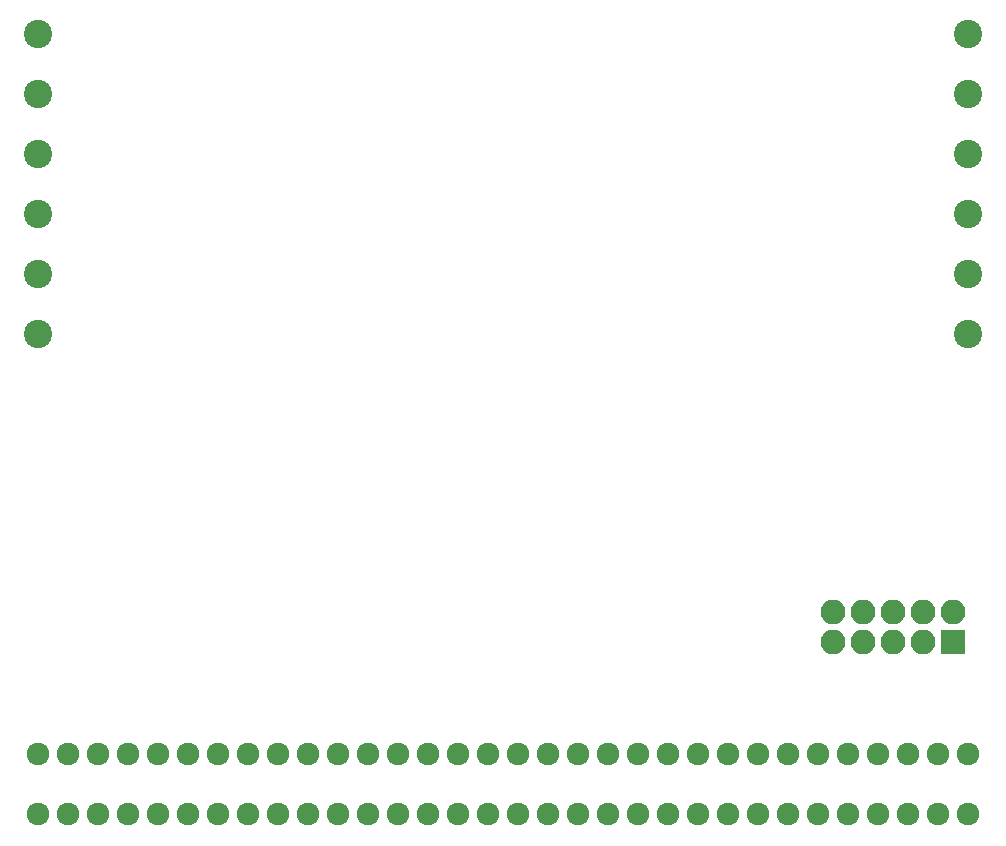
<source format=gbr>
G04 #@! TF.GenerationSoftware,KiCad,Pcbnew,(5.0.0-3-g5ebb6b6)*
G04 #@! TF.CreationDate,2019-02-22T02:30:13+00:00*
G04 #@! TF.ProjectId,ServerPSU_Breakout,5365727665725053555F427265616B6F,rev?*
G04 #@! TF.SameCoordinates,Original*
G04 #@! TF.FileFunction,Soldermask,Bot*
G04 #@! TF.FilePolarity,Negative*
%FSLAX46Y46*%
G04 Gerber Fmt 4.6, Leading zero omitted, Abs format (unit mm)*
G04 Created by KiCad (PCBNEW (5.0.0-3-g5ebb6b6)) date Friday, 22 February 2019 at 02:30:13*
%MOMM*%
%LPD*%
G01*
G04 APERTURE LIST*
%ADD10C,1.924000*%
%ADD11C,2.400000*%
%ADD12R,2.100000X2.100000*%
%ADD13O,2.100000X2.100000*%
G04 APERTURE END LIST*
D10*
G04 #@! TO.C,J_PSU_IN1*
X190500000Y-116840000D03*
X185420000Y-116840000D03*
X182880000Y-116840000D03*
X180340000Y-116840000D03*
X177800000Y-116840000D03*
X175260000Y-116840000D03*
X172720000Y-116840000D03*
X170180000Y-116840000D03*
X167640000Y-116840000D03*
X165100000Y-116840000D03*
X162560000Y-116840000D03*
X160020000Y-116840000D03*
X157480000Y-116840000D03*
X154940000Y-116840000D03*
X152400000Y-116840000D03*
X149860000Y-116840000D03*
X147320000Y-116840000D03*
X144780000Y-116840000D03*
X142240000Y-116840000D03*
X139700000Y-116840000D03*
X137160000Y-116840000D03*
X134620000Y-116840000D03*
X132080000Y-116840000D03*
X129540000Y-116840000D03*
X127000000Y-116840000D03*
X124460000Y-116840000D03*
X121920000Y-116840000D03*
X119380000Y-116840000D03*
X116840000Y-116840000D03*
X114300000Y-116840000D03*
X111760000Y-116840000D03*
X187960000Y-116840000D03*
X190500000Y-121920000D03*
X187960000Y-121920000D03*
X185420000Y-121920000D03*
X182880000Y-121920000D03*
X180340000Y-121920000D03*
X177800000Y-121920000D03*
X175260000Y-121920000D03*
X172720000Y-121920000D03*
X170180000Y-121920000D03*
X167640000Y-121920000D03*
X165100000Y-121920000D03*
X162560000Y-121920000D03*
X160020000Y-121920000D03*
X157480000Y-121920000D03*
X154940000Y-121920000D03*
X152400000Y-121920000D03*
X149860000Y-121920000D03*
X147320000Y-121920000D03*
X144780000Y-121920000D03*
X142240000Y-121920000D03*
X139700000Y-121920000D03*
X137160000Y-121920000D03*
X134620000Y-121920000D03*
X132080000Y-121920000D03*
X129540000Y-121920000D03*
X127000000Y-121920000D03*
X124460000Y-121920000D03*
X121920000Y-121920000D03*
X119380000Y-121920000D03*
X116840000Y-121920000D03*
X114300000Y-121920000D03*
X111760000Y-121920000D03*
G04 #@! TD*
D11*
G04 #@! TO.C,J_GND1*
X190500000Y-81280000D03*
X190500000Y-76200000D03*
X190500000Y-71120000D03*
X190500000Y-66040000D03*
X190500000Y-60960000D03*
X190500000Y-55880000D03*
G04 #@! TD*
G04 #@! TO.C,J_VOUT1*
X111760000Y-55880000D03*
X111760000Y-60960000D03*
X111760000Y-66040000D03*
X111760000Y-71120000D03*
X111760000Y-76200000D03*
X111760000Y-81280000D03*
G04 #@! TD*
D12*
G04 #@! TO.C,J_DATA1*
X189230000Y-107315000D03*
D13*
X189230000Y-104775000D03*
X186690000Y-107315000D03*
X186690000Y-104775000D03*
X184150000Y-107315000D03*
X184150000Y-104775000D03*
X181610000Y-107315000D03*
X181610000Y-104775000D03*
X179070000Y-107315000D03*
X179070000Y-104775000D03*
G04 #@! TD*
M02*

</source>
